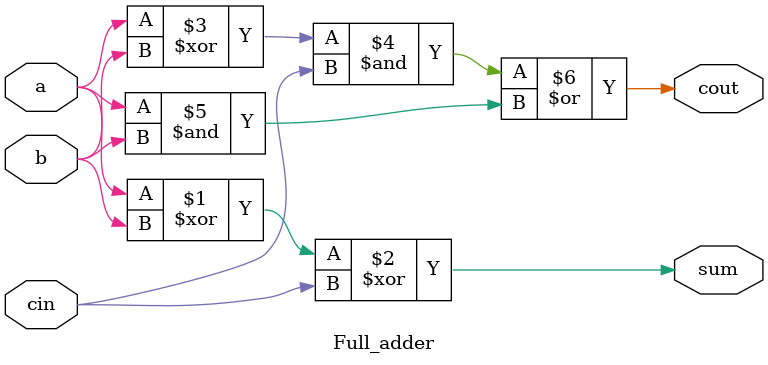
<source format=sv>
`timescale 1ns/1ns

module Full_adder(a, b, sum, cout, cin);
    input a, b, cin;
    output cout, sum;
    assign sum = a ^ b ^ cin;
    assign cout = ((a ^ b) & cin)|(a & b); 
endmodule

</source>
